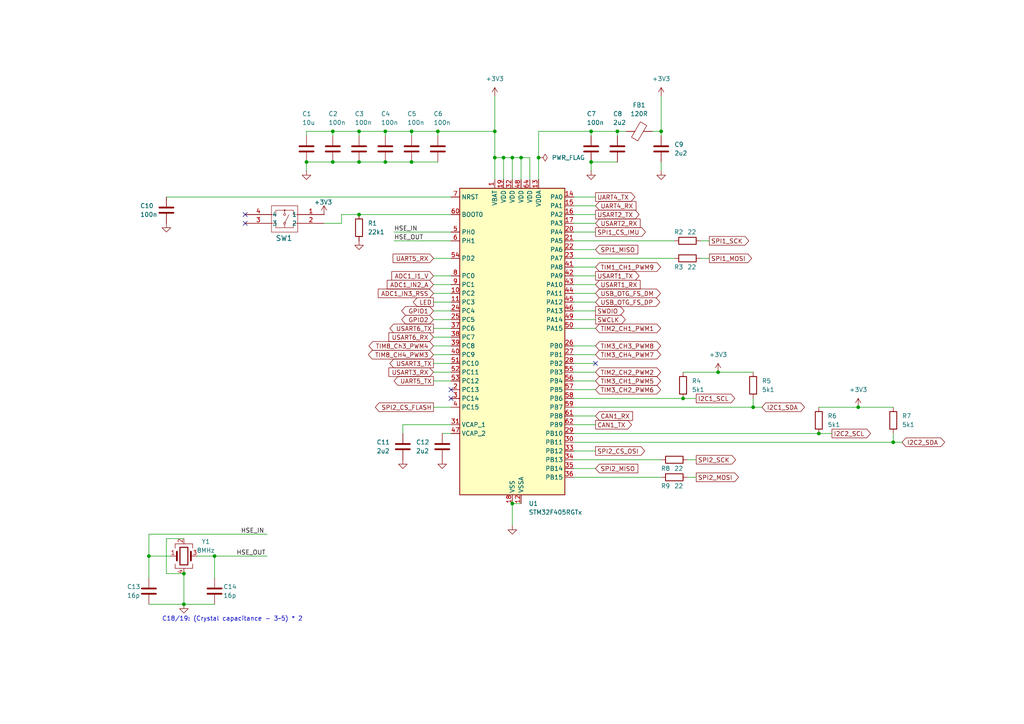
<source format=kicad_sch>
(kicad_sch (version 20231120) (generator "eeschema") (generator_version "8.0")
  (paper "A4")
  (lib_symbols
    (symbol "+3V3_1" (power) (pin_numbers hide) (pin_names (offset 0) hide)
      (property "Value" "+3V3" (at 0 3.556 0))
      (symbol "+3V3_1_0_1"
        (polyline (pts (xy -0.762 1.27) (xy 0 2.54)))
        (polyline (pts (xy 0 0) (xy 0 2.54)))
        (polyline (pts (xy 0 2.54) (xy 0.762 1.27)))
      )
      (symbol "+3V3_1_1_1"
        (pin power_in line (at 0 0 90) (length 0) (name "~") (number "1"))
      )
    )
    (symbol "+3V3_2" (power) (pin_numbers hide) (pin_names (offset 0) hide)
      (property "Value" "+3V3" (at 0 3.556 0))
      (symbol "+3V3_2_0_1"
        (polyline (pts (xy -0.762 1.27) (xy 0 2.54)))
        (polyline (pts (xy 0 0) (xy 0 2.54)))
        (polyline (pts (xy 0 2.54) (xy 0.762 1.27)))
      )
      (symbol "+3V3_2_1_1"
        (pin power_in line (at 0 0 90) (length 0) (name "~") (number "1"))
      )
    )
    (symbol "Device:C" (pin_numbers hide) (pin_names (offset 0.254))
      (property "Reference" "C" (at 0.635 2.54 0))
      (property "Value" "C" (at 0.635 -2.54 0))
      (symbol "C_0_1"
        (polyline (pts (xy -2.032 -0.762) (xy 2.032 -0.762)) (stroke (width 0.508)))
        (polyline (pts (xy -2.032 0.762) (xy 2.032 0.762)) (stroke (width 0.508)))
      )
      (symbol "C_1_1"
        (pin passive line (at 0 3.81 270) (length 2.794) (name "~") (number "1"))
        (pin passive line (at 0 -3.81 90) (length 2.794) (name "~") (number "2"))
      )
    )
    (symbol "Device:Crystal_GND24" (pin_names (offset 1.016) hide)
      (property "Reference" "Y" (at 3.175 5.08 0))
      (property "Value" "Crystal_GND24" (at 3.175 3.175 0))
      (symbol "Crystal_GND24_0_1"
        (rectangle (start -1.143 2.54) (end 1.143 -2.54) (stroke (width 0.3048)))
        (polyline (pts (xy -2.54 0) (xy -2.032 0)))
        (polyline (pts (xy -2.032 -1.27) (xy -2.032 1.27)) (stroke (width 0.508)))
        (polyline (pts (xy 0 -3.81) (xy 0 -3.556)))
        (polyline (pts (xy 0 3.556) (xy 0 3.81)))
        (polyline (pts (xy 2.032 -1.27) (xy 2.032 1.27)) (stroke (width 0.508)))
        (polyline (pts (xy 2.032 0) (xy 2.54 0)))
        (polyline (pts (xy -2.54 -2.286) (xy -2.54 -3.556) (xy 2.54 -3.556) (xy 2.54 -2.286)))
        (polyline (pts (xy -2.54 2.286) (xy -2.54 3.556) (xy 2.54 3.556) (xy 2.54 2.286)))
      )
      (symbol "Crystal_GND24_1_1"
        (pin passive line (at -3.81 0 0) (length 1.27) (name "1") (number "1"))
        (pin passive line (at 0 5.08 270) (length 1.27) (name "2") (number "2"))
        (pin passive line (at 3.81 0 180) (length 1.27) (name "3") (number "3"))
        (pin passive line (at 0 -5.08 90) (length 1.27) (name "4") (number "4"))
      )
    )
    (symbol "Device:FerriteBead" (pin_numbers hide) (pin_names (offset 0))
      (property "Reference" "FB" (at -3.81 0.635 90))
      (property "Value" "FerriteBead" (at 3.81 0 90))
      (symbol "FerriteBead_0_1"
        (polyline (pts (xy 0 -1.27) (xy 0 -1.2192)))
        (polyline (pts (xy 0 1.27) (xy 0 1.2954)))
        (polyline (pts (xy -2.7686 0.4064) (xy -1.7018 2.2606) (xy 2.7686 -0.3048) (xy 1.6764 -2.159) (xy -2.7686 0.4064)))
      )
      (symbol "FerriteBead_1_1"
        (pin passive line (at 0 3.81 270) (length 2.54) (name "~") (number "1"))
        (pin passive line (at 0 -3.81 90) (length 2.54) (name "~") (number "2"))
      )
    )
    (symbol "Device:R" (pin_numbers hide) (pin_names (offset 0))
      (property "Reference" "R" (at 2.032 0 90))
      (property "Value" "R" (at 0 0 90))
      (symbol "R_0_1"
        (rectangle (start -1.016 -2.54) (end 1.016 2.54) (stroke (width 0.254)))
      )
      (symbol "R_1_1"
        (pin passive line (at 0 3.81 270) (length 1.27) (name "~") (number "1"))
        (pin passive line (at 0 -3.81 90) (length 1.27) (name "~") (number "2"))
      )
    )
    (symbol "GND_1" (power) (pin_numbers hide) (pin_names (offset 0) hide)
      (property "Value" "GND" (at 0 -3.81 0))
      (symbol "GND_1_0_1"
        (polyline (pts (xy 0 0) (xy 0 -1.27) (xy 1.27 -1.27) (xy 0 -2.54) (xy -1.27 -1.27) (xy 0 -1.27)))
      )
      (symbol "GND_1_1_1"
        (pin power_in line (at 0 0 270) (length 0) (name "~") (number "1"))
      )
    )
    (symbol "GND_2" (power) (pin_numbers hide) (pin_names (offset 0) hide)
      (property "Value" "GND" (at 0 -3.81 0))
      (symbol "GND_2_0_1"
        (polyline (pts (xy 0 0) (xy 0 -1.27) (xy 1.27 -1.27) (xy 0 -2.54) (xy -1.27 -1.27) (xy 0 -1.27)))
      )
      (symbol "GND_2_1_1"
        (pin power_in line (at 0 0 270) (length 0) (name "~") (number "1"))
      )
    )
    (symbol "MCU_ST_STM32F4:STM32F405RGTx"
      (property "Reference" "U" (at -15.24 46.99 0))
      (property "Value" "STM32F405RGTx" (at 10.16 46.99 0))
      (symbol "STM32F405RGTx_0_1"
        (rectangle (start -15.24 -43.18) (end 15.24 45.72) (stroke (width 0.254)) (fill (type background)))
      )
      (symbol "STM32F405RGTx_1_1"
        (pin power_in line (at -5.08 48.26 270) (length 2.54) (name "VBAT") (number "1"))
        (pin bidirectional line (at -17.78 15.24 0) (length 2.54) (name "PC2") (number "10"))
        (pin bidirectional line (at -17.78 12.7 0) (length 2.54) (name "PC3") (number "11"))
        (pin power_in line (at 2.54 -45.72 90) (length 2.54) (name "VSSA") (number "12"))
        (pin power_in line (at 7.62 48.26 270) (length 2.54) (name "VDDA") (number "13"))
        (pin bidirectional line (at 17.78 43.18 180) (length 2.54) (name "PA0") (number "14"))
        (pin bidirectional line (at 17.78 40.64 180) (length 2.54) (name "PA1") (number "15"))
        (pin bidirectional line (at 17.78 38.1 180) (length 2.54) (name "PA2") (number "16"))
        (pin bidirectional line (at 17.78 35.56 180) (length 2.54) (name "PA3") (number "17"))
        (pin power_in line (at 0 -45.72 90) (length 2.54) (name "VSS") (number "18"))
        (pin power_in line (at -2.54 48.26 270) (length 2.54) (name "VDD") (number "19"))
        (pin bidirectional line (at -17.78 -12.7 0) (length 2.54) (name "PC13") (number "2"))
        (pin bidirectional line (at 17.78 33.02 180) (length 2.54) (name "PA4") (number "20"))
        (pin bidirectional line (at 17.78 30.48 180) (length 2.54) (name "PA5") (number "21"))
        (pin bidirectional line (at 17.78 27.94 180) (length 2.54) (name "PA6") (number "22"))
        (pin bidirectional line (at 17.78 25.4 180) (length 2.54) (name "PA7") (number "23"))
        (pin bidirectional line (at -17.78 10.16 0) (length 2.54) (name "PC4") (number "24"))
        (pin bidirectional line (at -17.78 7.62 0) (length 2.54) (name "PC5") (number "25"))
        (pin bidirectional line (at 17.78 0 180) (length 2.54) (name "PB0") (number "26"))
        (pin bidirectional line (at 17.78 -2.54 180) (length 2.54) (name "PB1") (number "27"))
        (pin bidirectional line (at 17.78 -5.08 180) (length 2.54) (name "PB2") (number "28"))
        (pin bidirectional line (at 17.78 -25.4 180) (length 2.54) (name "PB10") (number "29"))
        (pin bidirectional line (at -17.78 -15.24 0) (length 2.54) (name "PC14") (number "3"))
        (pin bidirectional line (at 17.78 -27.94 180) (length 2.54) (name "PB11") (number "30"))
        (pin power_out line (at -17.78 -22.86 0) (length 2.54) (name "VCAP_1") (number "31"))
        (pin power_in line (at 0 48.26 270) (length 2.54) (name "VDD") (number "32"))
        (pin bidirectional line (at 17.78 -30.48 180) (length 2.54) (name "PB12") (number "33"))
        (pin bidirectional line (at 17.78 -33.02 180) (length 2.54) (name "PB13") (number "34"))
        (pin bidirectional line (at 17.78 -35.56 180) (length 2.54) (name "PB14") (number "35"))
        (pin bidirectional line (at 17.78 -38.1 180) (length 2.54) (name "PB15") (number "36"))
        (pin bidirectional line (at -17.78 5.08 0) (length 2.54) (name "PC6") (number "37"))
        (pin bidirectional line (at -17.78 2.54 0) (length 2.54) (name "PC7") (number "38"))
        (pin bidirectional line (at -17.78 0 0) (length 2.54) (name "PC8") (number "39"))
        (pin bidirectional line (at -17.78 -17.78 0) (length 2.54) (name "PC15") (number "4"))
        (pin bidirectional line (at -17.78 -2.54 0) (length 2.54) (name "PC9") (number "40"))
        (pin bidirectional line (at 17.78 22.86 180) (length 2.54) (name "PA8") (number "41"))
        (pin bidirectional line (at 17.78 20.32 180) (length 2.54) (name "PA9") (number "42"))
        (pin bidirectional line (at 17.78 17.78 180) (length 2.54) (name "PA10") (number "43"))
        (pin bidirectional line (at 17.78 15.24 180) (length 2.54) (name "PA11") (number "44"))
        (pin bidirectional line (at 17.78 12.7 180) (length 2.54) (name "PA12") (number "45"))
        (pin bidirectional line (at 17.78 10.16 180) (length 2.54) (name "PA13") (number "46"))
        (pin power_out line (at -17.78 -25.4 0) (length 2.54) (name "VCAP_2") (number "47"))
        (pin power_in line (at 2.54 48.26 270) (length 2.54) (name "VDD") (number "48"))
        (pin bidirectional line (at 17.78 7.62 180) (length 2.54) (name "PA14") (number "49"))
        (pin bidirectional line (at -17.78 33.02 0) (length 2.54) (name "PH0") (number "5"))
        (pin bidirectional line (at 17.78 5.08 180) (length 2.54) (name "PA15") (number "50"))
        (pin bidirectional line (at -17.78 -5.08 0) (length 2.54) (name "PC10") (number "51"))
        (pin bidirectional line (at -17.78 -7.62 0) (length 2.54) (name "PC11") (number "52"))
        (pin bidirectional line (at -17.78 -10.16 0) (length 2.54) (name "PC12") (number "53"))
        (pin bidirectional line (at -17.78 25.4 0) (length 2.54) (name "PD2") (number "54"))
        (pin bidirectional line (at 17.78 -7.62 180) (length 2.54) (name "PB3") (number "55"))
        (pin bidirectional line (at 17.78 -10.16 180) (length 2.54) (name "PB4") (number "56"))
        (pin bidirectional line (at 17.78 -12.7 180) (length 2.54) (name "PB5") (number "57"))
        (pin bidirectional line (at 17.78 -15.24 180) (length 2.54) (name "PB6") (number "58"))
        (pin bidirectional line (at 17.78 -17.78 180) (length 2.54) (name "PB7") (number "59"))
        (pin bidirectional line (at -17.78 30.48 0) (length 2.54) (name "PH1") (number "6"))
        (pin input line (at -17.78 38.1 0) (length 2.54) (name "BOOT0") (number "60"))
        (pin bidirectional line (at 17.78 -20.32 180) (length 2.54) (name "PB8") (number "61"))
        (pin bidirectional line (at 17.78 -22.86 180) (length 2.54) (name "PB9") (number "62"))
        (pin passive line (at 0 -45.72 90) (length 2.54) hide (name "VSS") (number "63"))
        (pin power_in line (at 5.08 48.26 270) (length 2.54) (name "VDD") (number "64"))
        (pin input line (at -17.78 43.18 0) (length 2.54) (name "NRST") (number "7"))
        (pin bidirectional line (at -17.78 20.32 0) (length 2.54) (name "PC0") (number "8"))
        (pin bidirectional line (at -17.78 17.78 0) (length 2.54) (name "PC1") (number "9"))
      )
    )
    (symbol "Project_Library:EVP-AA602W" (pin_names (offset 0.254))
      (property "Reference" "SW" (at 11.43 7.62 0))
      (property "Value" "EVP-AA602W" (at 10.16 5.08 0))
      (symbol "EVP-AA602W_0_1"
        (polyline (pts (xy 7.62 -5.08) (xy 15.24 -5.08)) (stroke (width 0.127)))
        (polyline (pts (xy 7.62 -2.54) (xy 8.89 -2.54)) (stroke (width 0.127)))
        (polyline (pts (xy 7.62 0) (xy 8.89 0)) (stroke (width 0.127)))
        (polyline (pts (xy 7.62 2.54) (xy 7.62 -5.08)) (stroke (width 0.127)))
        (polyline (pts (xy 8.89 -3.81) (xy 13.97 -3.81)) (stroke (width 0.127)))
        (polyline (pts (xy 8.89 -2.54) (xy 8.89 -3.81)) (stroke (width 0.127)))
        (polyline (pts (xy 8.89 1.27) (xy 8.89 0)) (stroke (width 0.127)))
        (polyline (pts (xy 11.43 -3.81) (xy 11.43 -2.8575)) (stroke (width 0.127)))
        (polyline (pts (xy 11.43 -2.54) (xy 10.16 0)) (stroke (width 0.127)))
        (polyline (pts (xy 11.43 0.3175) (xy 11.43 1.27)) (stroke (width 0.127)))
        (polyline (pts (xy 13.97 -3.81) (xy 13.97 -2.54)) (stroke (width 0.127)))
        (polyline (pts (xy 13.97 -2.54) (xy 15.24 -2.54)) (stroke (width 0.127)))
        (polyline (pts (xy 13.97 0) (xy 13.97 1.27)) (stroke (width 0.127)))
        (polyline (pts (xy 13.97 0) (xy 15.24 0)) (stroke (width 0.127)))
        (polyline (pts (xy 13.97 1.27) (xy 8.89 1.27)) (stroke (width 0.127)))
        (polyline (pts (xy 15.24 -5.08) (xy 15.24 2.54)) (stroke (width 0.127)))
        (polyline (pts (xy 15.24 2.54) (xy 7.62 2.54)) (stroke (width 0.127)))
        (circle (center 11.43 -2.54) (radius 0.3048) (stroke (width 0.127)))
        (circle (center 11.43 0) (radius 0.3048) (stroke (width 0.127)))
        (circle (center 11.43 1.27) (radius 0.127) (stroke (width 0.2032)))
        (pin unspecified line (at 0 0 0) (length 7.62) (name "1") (number "1"))
        (pin unspecified line (at 0 -2.54 0) (length 7.62) (name "2") (number "2"))
        (pin unspecified line (at 22.86 -2.54 180) (length 7.62) (name "3") (number "3"))
        (pin unspecified line (at 22.86 0 180) (length 7.62) (name "4") (number "4"))
      )
    )
    (symbol "power:PWR_FLAG" (power) (pin_numbers hide) (pin_names (offset 0) hide)
      (property "Value" "PWR_FLAG" (at 0 3.81 0))
      (symbol "PWR_FLAG_0_0"
        (pin power_out line (at 0 0 90) (length 0) (name "~") (number "1"))
      )
      (symbol "PWR_FLAG_0_1"
        (polyline (pts (xy 0 0) (xy 0 1.27) (xy -1.016 1.905) (xy 0 2.54) (xy 1.016 1.905) (xy 0 1.27)))
      )
    )
  )
  (junction (at 43.18 161.29))
  (junction (at 119.38 38.1))
  (junction (at 146.05 45.72))
  (junction (at 62.23 161.29))
  (junction (at 237.49 125.73))
  (junction (at 88.9 46.99))
  (junction (at 119.38 46.99))
  (junction (at 53.34 175.26))
  (junction (at 111.76 38.1))
  (junction (at 104.14 38.1))
  (junction (at 148.59 45.72))
  (junction (at 179.07 38.1))
  (junction (at 191.77 38.1))
  (junction (at 171.45 46.99))
  (junction (at 198.12 115.57))
  (junction (at 104.14 62.23))
  (junction (at 151.13 45.72))
  (junction (at 148.59 146.05))
  (junction (at 143.51 38.1))
  (junction (at 111.76 46.99))
  (junction (at 248.92 118.11))
  (junction (at 96.52 38.1))
  (junction (at 171.45 38.1))
  (junction (at 156.21 45.72))
  (junction (at 259.08 128.27))
  (junction (at 127 38.1))
  (junction (at 218.44 118.11))
  (junction (at 53.34 166.37))
  (junction (at 208.28 107.95))
  (junction (at 96.52 46.99))
  (junction (at 143.51 45.72))
  (junction (at 104.14 46.99))
  (no_connect (at 71.12 62.23))
  (no_connect (at 130.81 115.57))
  (no_connect (at 71.12 64.77))
  (no_connect (at 130.81 113.03))
  (no_connect (at 172.72 105.41))
  (wire (pts (xy 146.05 45.72) (xy 148.59 45.72)))
  (wire (pts (xy 148.59 146.05) (xy 148.59 152.4)))
  (wire (pts (xy 151.13 45.72) (xy 151.13 52.07)))
  (wire (pts (xy 166.37 105.41) (xy 172.72 105.41)))
  (wire (pts (xy 203.2 74.93) (xy 205.74 74.93)))
  (wire (pts (xy 171.45 38.1) (xy 179.07 38.1)))
  (wire (pts (xy 199.39 133.35) (xy 201.93 133.35)))
  (wire (pts (xy 171.45 39.37) (xy 171.45 38.1)))
  (wire (pts (xy 53.34 156.21) (xy 48.26 156.21)))
  (wire (pts (xy 53.34 166.37) (xy 53.34 175.26)))
  (wire (pts (xy 156.21 45.72) (xy 156.21 52.07)))
  (wire (pts (xy 62.23 161.29) (xy 57.15 161.29)))
  (wire (pts (xy 166.37 87.63) (xy 172.72 87.63)))
  (wire (pts (xy 125.73 118.11) (xy 130.81 118.11)))
  (wire (pts (xy 125.73 95.25) (xy 130.81 95.25)))
  (wire (pts (xy 119.38 38.1) (xy 127 38.1)))
  (wire (pts (xy 241.3 125.73) (xy 237.49 125.73)))
  (wire (pts (xy 104.14 38.1) (xy 111.76 38.1)))
  (wire (pts (xy 166.37 67.31) (xy 172.72 67.31)))
  (wire (pts (xy 43.18 175.26) (xy 53.34 175.26)))
  (wire (pts (xy 166.37 72.39) (xy 172.72 72.39)))
  (wire (pts (xy 198.12 107.95) (xy 208.28 107.95)))
  (wire (pts (xy 116.84 125.73) (xy 116.84 123.19)))
  (wire (pts (xy 166.37 74.93) (xy 195.58 74.93)))
  (wire (pts (xy 179.07 39.37) (xy 179.07 38.1)))
  (wire (pts (xy 53.34 166.37) (xy 48.26 166.37)))
  (wire (pts (xy 166.37 59.69) (xy 172.72 59.69)))
  (wire (pts (xy 171.45 46.99) (xy 179.07 46.99)))
  (wire (pts (xy 88.9 46.99) (xy 96.52 46.99)))
  (wire (pts (xy 166.37 135.89) (xy 172.72 135.89)))
  (wire (pts (xy 199.39 138.43) (xy 201.93 138.43)))
  (wire (pts (xy 166.37 90.17) (xy 172.72 90.17)))
  (wire (pts (xy 99.06 62.23) (xy 104.14 62.23)))
  (wire (pts (xy 201.93 115.57) (xy 198.12 115.57)))
  (wire (pts (xy 43.18 161.29) (xy 43.18 167.64)))
  (wire (pts (xy 203.2 69.85) (xy 205.74 69.85)))
  (wire (pts (xy 125.73 87.63) (xy 130.81 87.63)))
  (wire (pts (xy 166.37 82.55) (xy 172.72 82.55)))
  (wire (pts (xy 166.37 120.65) (xy 172.72 120.65)))
  (wire (pts (xy 166.37 123.19) (xy 172.72 123.19)))
  (wire (pts (xy 166.37 62.23) (xy 172.72 62.23)))
  (wire (pts (xy 88.9 49.53) (xy 88.9 46.99)))
  (wire (pts (xy 114.3 67.31) (xy 130.81 67.31)))
  (wire (pts (xy 166.37 107.95) (xy 172.72 107.95)))
  (wire (pts (xy 125.73 105.41) (xy 130.81 105.41)))
  (wire (pts (xy 125.73 102.87) (xy 130.81 102.87)))
  (wire (pts (xy 125.73 107.95) (xy 130.81 107.95)))
  (wire (pts (xy 261.62 128.27) (xy 259.08 128.27)))
  (wire (pts (xy 93.98 64.77) (xy 99.06 64.77)))
  (wire (pts (xy 111.76 38.1) (xy 111.76 39.37)))
  (wire (pts (xy 88.9 38.1) (xy 96.52 38.1)))
  (wire (pts (xy 104.14 46.99) (xy 111.76 46.99)))
  (wire (pts (xy 43.18 154.94) (xy 77.47 154.94)))
  (wire (pts (xy 151.13 45.72) (xy 153.67 45.72)))
  (wire (pts (xy 259.08 128.27) (xy 259.08 125.73)))
  (wire (pts (xy 99.06 64.77) (xy 99.06 62.23)))
  (wire (pts (xy 156.21 38.1) (xy 171.45 38.1)))
  (wire (pts (xy 146.05 45.72) (xy 146.05 52.07)))
  (wire (pts (xy 62.23 161.29) (xy 62.23 167.64)))
  (wire (pts (xy 125.73 92.71) (xy 130.81 92.71)))
  (wire (pts (xy 237.49 118.11) (xy 248.92 118.11)))
  (wire (pts (xy 104.14 62.23) (xy 130.81 62.23)))
  (wire (pts (xy 171.45 49.53) (xy 171.45 46.99)))
  (wire (pts (xy 166.37 113.03) (xy 172.72 113.03)))
  (wire (pts (xy 166.37 102.87) (xy 172.72 102.87)))
  (wire (pts (xy 48.26 156.21) (xy 48.26 166.37)))
  (wire (pts (xy 143.51 27.94) (xy 143.51 38.1)))
  (wire (pts (xy 143.51 45.72) (xy 143.51 52.07)))
  (wire (pts (xy 166.37 118.11) (xy 218.44 118.11)))
  (wire (pts (xy 127 38.1) (xy 143.51 38.1)))
  (wire (pts (xy 166.37 57.15) (xy 172.72 57.15)))
  (wire (pts (xy 143.51 45.72) (xy 146.05 45.72)))
  (wire (pts (xy 166.37 125.73) (xy 237.49 125.73)))
  (wire (pts (xy 179.07 38.1) (xy 181.61 38.1)))
  (wire (pts (xy 96.52 38.1) (xy 96.52 39.37)))
  (wire (pts (xy 166.37 69.85) (xy 195.58 69.85)))
  (wire (pts (xy 208.28 107.95) (xy 218.44 107.95)))
  (wire (pts (xy 248.92 118.11) (xy 259.08 118.11)))
  (wire (pts (xy 125.73 90.17) (xy 130.81 90.17)))
  (wire (pts (xy 53.34 175.26) (xy 62.23 175.26)))
  (wire (pts (xy 191.77 46.99) (xy 191.77 49.53)))
  (wire (pts (xy 166.37 138.43) (xy 191.77 138.43)))
  (wire (pts (xy 166.37 85.09) (xy 172.72 85.09)))
  (wire (pts (xy 153.67 45.72) (xy 153.67 52.07)))
  (wire (pts (xy 166.37 110.49) (xy 172.72 110.49)))
  (wire (pts (xy 191.77 39.37) (xy 191.77 38.1)))
  (wire (pts (xy 125.73 97.79) (xy 130.81 97.79)))
  (wire (pts (xy 166.37 95.25) (xy 172.72 95.25)))
  (wire (pts (xy 148.59 45.72) (xy 151.13 45.72)))
  (wire (pts (xy 148.59 45.72) (xy 148.59 52.07)))
  (wire (pts (xy 166.37 77.47) (xy 172.72 77.47)))
  (wire (pts (xy 125.73 82.55) (xy 130.81 82.55)))
  (wire (pts (xy 189.23 38.1) (xy 191.77 38.1)))
  (wire (pts (xy 191.77 27.94) (xy 191.77 38.1)))
  (wire (pts (xy 116.84 123.19) (xy 130.81 123.19)))
  (wire (pts (xy 62.23 161.29) (xy 77.47 161.29)))
  (wire (pts (xy 220.98 118.11) (xy 218.44 118.11)))
  (wire (pts (xy 166.37 128.27) (xy 259.08 128.27)))
  (wire (pts (xy 128.27 125.73) (xy 130.81 125.73)))
  (wire (pts (xy 111.76 46.99) (xy 119.38 46.99)))
  (wire (pts (xy 125.73 80.01) (xy 130.81 80.01)))
  (wire (pts (xy 166.37 115.57) (xy 198.12 115.57)))
  (wire (pts (xy 156.21 38.1) (xy 156.21 45.72)))
  (wire (pts (xy 125.73 110.49) (xy 130.81 110.49)))
  (wire (pts (xy 166.37 92.71) (xy 172.72 92.71)))
  (wire (pts (xy 111.76 38.1) (xy 119.38 38.1)))
  (wire (pts (xy 43.18 161.29) (xy 49.53 161.29)))
  (wire (pts (xy 96.52 46.99) (xy 104.14 46.99)))
  (wire (pts (xy 166.37 100.33) (xy 172.72 100.33)))
  (wire (pts (xy 166.37 80.01) (xy 172.72 80.01)))
  (wire (pts (xy 125.73 85.09) (xy 130.81 85.09)))
  (wire (pts (xy 148.59 146.05) (xy 151.13 146.05)))
  (wire (pts (xy 114.3 69.85) (xy 130.81 69.85)))
  (wire (pts (xy 143.51 38.1) (xy 143.51 45.72)))
  (wire (pts (xy 48.26 57.15) (xy 130.81 57.15)))
  (wire (pts (xy 166.37 133.35) (xy 191.77 133.35)))
  (wire (pts (xy 119.38 46.99) (xy 127 46.99)))
  (wire (pts (xy 166.37 130.81) (xy 172.72 130.81)))
  (wire (pts (xy 119.38 38.1) (xy 119.38 39.37)))
  (wire (pts (xy 96.52 38.1) (xy 104.14 38.1)))
  (wire (pts (xy 125.73 100.33) (xy 130.81 100.33)))
  (wire (pts (xy 127 38.1) (xy 127 39.37)))
  (wire (pts (xy 166.37 64.77) (xy 172.72 64.77)))
  (wire (pts (xy 218.44 118.11) (xy 218.44 115.57)))
  (wire (pts (xy 88.9 39.37) (xy 88.9 38.1)))
  (wire (pts (xy 43.18 154.94) (xy 43.18 161.29)))
  (wire (pts (xy 125.73 74.93) (xy 130.81 74.93)))
  (wire (pts (xy 104.14 38.1) (xy 104.14 39.37)))
  (text "C18/19: (Crystal capacitance - 3~5) * 2" (at 46.99 180.34 0) (effects (font (size 1.27 1.27)) (justify left bottom)))
  (label "HSE_IN" (at 69.85 154.94 0))
  (label "HSE_IN" (at 114.3 67.31 0))
  (label "HSE_OUT" (at 114.3 69.85 0))
  (label "HSE_OUT" (at 68.58 161.29 0))
  (global_label "USB_OTG_FS_DM" (shape bidirectional) (at 172.72 85.09 0) (property "Intersheetrefs" "${INTERSHEET_REFS}" (effects (hide yes))))
  (global_label "SPI1_SCK" (shape output) (at 205.74 69.85 0) (property "Intersheetrefs" "${INTERSHEET_REFS}" (effects (hide yes))))
  (global_label "SWDIO" (shape output) (at 172.72 90.17 0) (property "Intersheetrefs" "${INTERSHEET_REFS}" (effects (hide yes))))
  (global_label "USART1_RX" (shape input) (at 172.72 82.55 0) (property "Intersheetrefs" "${INTERSHEET_REFS}" (effects (hide yes))))
  (global_label "SPI2_MISO" (shape input) (at 172.72 135.89 0) (property "Intersheetrefs" "${INTERSHEET_REFS}" (effects (hide yes))))
  (global_label "TIM3_CH3_PWM8" (shape bidirectional) (at 172.72 100.33 0) (property "Intersheetrefs" "${INTERSHEET_REFS}" (effects (hide yes))))
  (global_label "CAN1_RX" (shape input) (at 172.72 120.65 0) (property "Intersheetrefs" "${INTERSHEET_REFS}" (effects (hide yes))))
  (global_label "USART2_RX" (shape input) (at 172.72 64.77 0) (property "Intersheetrefs" "${INTERSHEET_REFS}" (effects (hide yes))))
  (global_label "I2C1_SCL" (shape output) (at 201.93 115.57 0) (property "Intersheetrefs" "${INTERSHEET_REFS}" (effects (hide yes))))
  (global_label "I2C2_SDA" (shape bidirectional) (at 261.62 128.27 0) (property "Intersheetrefs" "${INTERSHEET_REFS}" (effects (hide yes))))
  (global_label "SPI1_MOSI" (shape output) (at 205.74 74.93 0) (property "Intersheetrefs" "${INTERSHEET_REFS}" (effects (hide yes))))
  (global_label "ADC1_IN3_RSS" (shape input) (at 125.73 85.09 180) (property "Intersheetrefs" "${INTERSHEET_REFS}" (effects (hide yes))))
  (global_label "USART3_TX" (shape output) (at 125.73 105.41 180) (property "Intersheetrefs" "${INTERSHEET_REFS}" (effects (hide yes))))
  (global_label "I2C1_SDA" (shape bidirectional) (at 220.98 118.11 0) (property "Intersheetrefs" "${INTERSHEET_REFS}" (effects (hide yes))))
  (global_label "TIM1_CH1_PWM9" (shape bidirectional) (at 172.72 77.47 0) (property "Intersheetrefs" "${INTERSHEET_REFS}" (effects (hide yes))))
  (global_label "SWCLK" (shape output) (at 172.72 92.71 0) (property "Intersheetrefs" "${INTERSHEET_REFS}" (effects (hide yes))))
  (global_label "LED" (shape output) (at 125.73 87.63 180) (property "Intersheetrefs" "${INTERSHEET_REFS}" (effects (hide yes))))
  (global_label "GPIO1" (shape bidirectional) (at 125.73 90.17 180) (property "Intersheetrefs" "${INTERSHEET_REFS}" (effects (hide yes))))
  (global_label "USART6_TX" (shape output) (at 125.73 95.25 180) (property "Intersheetrefs" "${INTERSHEET_REFS}" (effects (hide yes))))
  (global_label "USART1_TX" (shape output) (at 172.72 80.01 0) (property "Intersheetrefs" "${INTERSHEET_REFS}" (effects (hide yes))))
  (global_label "UART5_RX" (shape input) (at 125.73 74.93 180) (property "Intersheetrefs" "${INTERSHEET_REFS}" (effects (hide yes))))
  (global_label "GPIO2" (shape bidirectional) (at 125.73 92.71 180) (property "Intersheetrefs" "${INTERSHEET_REFS}" (effects (hide yes))))
  (global_label "USART2_TX" (shape output) (at 172.72 62.23 0) (property "Intersheetrefs" "${INTERSHEET_REFS}" (effects (hide yes))))
  (global_label "SPI1_CS_IMU" (shape output) (at 172.72 67.31 0) (property "Intersheetrefs" "${INTERSHEET_REFS}" (effects (hide yes))))
  (global_label "UART4_TX" (shape output) (at 172.72 57.15 0) (property "Intersheetrefs" "${INTERSHEET_REFS}" (effects (hide yes))))
  (global_label "ADC1_IN2_A" (shape input) (at 125.73 82.55 180) (property "Intersheetrefs" "${INTERSHEET_REFS}" (effects (hide yes))))
  (global_label "TIM8_CH4_PWM3" (shape bidirectional) (at 125.73 102.87 180) (property "Intersheetrefs" "${INTERSHEET_REFS}" (effects (hide yes))))
  (global_label "I2C2_SCL" (shape output) (at 241.3 125.73 0) (property "Intersheetrefs" "${INTERSHEET_REFS}" (effects (hide yes))))
  (global_label "SPI2_SCK" (shape output) (at 201.93 133.35 0) (property "Intersheetrefs" "${INTERSHEET_REFS}" (effects (hide yes))))
  (global_label "CAN1_TX" (shape output) (at 172.72 123.19 0) (property "Intersheetrefs" "${INTERSHEET_REFS}" (effects (hide yes))))
  (global_label "TIM3_CH4_PWM7" (shape bidirectional) (at 172.72 102.87 0) (property "Intersheetrefs" "${INTERSHEET_REFS}" (effects (hide yes))))
  (global_label "TIM8_Ch3_PWM4" (shape bidirectional) (at 125.73 100.33 180) (property "Intersheetrefs" "${INTERSHEET_REFS}" (effects (hide yes))))
  (global_label "SPI1_MISO" (shape input) (at 172.72 72.39 0) (property "Intersheetrefs" "${INTERSHEET_REFS}" (effects (hide yes))))
  (global_label "SPI2_CS_OSI" (shape output) (at 172.72 130.81 0) (property "Intersheetrefs" "${INTERSHEET_REFS}" (effects (hide yes))))
  (global_label "UART4_RX" (shape input) (at 172.72 59.69 0) (property "Intersheetrefs" "${INTERSHEET_REFS}" (effects (hide yes))))
  (global_label "TIM3_CH1_PWM5" (shape bidirectional) (at 172.72 110.49 0) (property "Intersheetrefs" "${INTERSHEET_REFS}" (effects (hide yes))))
  (global_label "SPI2_MOSI" (shape output) (at 201.93 138.43 0) (property "Intersheetrefs" "${INTERSHEET_REFS}" (effects (hide yes))))
  (global_label "USART6_RX" (shape input) (at 125.73 97.79 180) (property "Intersheetrefs" "${INTERSHEET_REFS}" (effects (hide yes))))
  (global_label "TIM2_CH1_PWM1" (shape bidirectional) (at 172.72 95.25 0) (property "Intersheetrefs" "${INTERSHEET_REFS}" (effects (hide yes))))
  (global_label "SPI2_CS_FLASH" (shape output) (at 125.73 118.11 180) (property "Intersheetrefs" "${INTERSHEET_REFS}" (effects (hide yes))))
  (global_label "USB_OTG_FS_DP" (shape bidirectional) (at 172.72 87.63 0) (property "Intersheetrefs" "${INTERSHEET_REFS}" (effects (hide yes))))
  (global_label "ADC1_I1_V" (shape input) (at 125.73 80.01 180) (property "Intersheetrefs" "${INTERSHEET_REFS}" (effects (hide yes))))
  (global_label "USART3_RX" (shape input) (at 125.73 107.95 180) (property "Intersheetrefs" "${INTERSHEET_REFS}" (effects (hide yes))))
  (global_label "TIM2_CH2_PWM2" (shape bidirectional) (at 172.72 107.95 0) (property "Intersheetrefs" "${INTERSHEET_REFS}" (effects (hide yes))))
  (global_label "TIM3_CH2_PWM6" (shape bidirectional) (at 172.72 113.03 0) (property "Intersheetrefs" "${INTERSHEET_REFS}" (effects (hide yes))))
  (global_label "UART5_TX" (shape output) (at 125.73 110.49 180) (property "Intersheetrefs" "${INTERSHEET_REFS}" (effects (hide yes))))
  (symbol (lib_id "Device:C") (at 171.45 43.18 0) (unit 1)
    (property "Reference" "C7" (at 170.18 33.02 0) (effects (justify left)))
    (property "Value" "100n" (at 170.18 35.56 0) (effects (justify left)))
    (property "Footprint" "Project:C_0201_0603Metric" (effects (hide yes)))
    (property "Manufactorer" "Murata" (effects (hide yes)))
    (property "Part Number" "GRM033R61E104KE14J" (effects (hide yes)))
    (property "Voltage" "25" (effects (hide yes)))
    (property "Tolerance" "10%" (effects (hide yes)))
  )
  (symbol (lib_id "Device:C") (at 104.14 43.18 0) (unit 1)
    (property "Reference" "C3" (at 102.87 33.02 0) (effects (justify left)))
    (property "Value" "100n" (at 102.87 35.56 0) (effects (justify left)))
    (property "Footprint" "Project:C_0201_0603Metric" (effects (hide yes)))
    (property "Voltage" "25" (effects (hide yes)))
    (property "Manufactorer" "Murata" (effects (hide yes)))
    (property "Part Number" "GRM033R61E104KE14J" (effects (hide yes)))
    (property "Tolerance" "10%" (effects (hide yes)))
  )
  (symbol (lib_name "+3V3_2") (lib_id "power:+3V3") (at 248.92 118.11 0) (unit 1)
    (property "Reference" "#PWR01014" (effects (hide yes)))
    (property "Value" "+3V3" (at 248.92 113.03 0))
    (property "Description" "Power symbol creates a global label with name \"+3V3\"" (effects (hide yes)))
  )
  (symbol (lib_name "GND_2") (lib_id "power:GND") (at 128.27 133.35 0) (unit 1)
    (property "Reference" "#PWR01007" (effects (hide yes)))
    (property "Value" "GND" (effects (hide yes)))
    (property "Description" "Power symbol creates a global label with name \"GND\" , ground" (effects (hide yes)))
  )
  (symbol (lib_name "+3V3_1") (lib_id "power:+3V3") (at 208.28 107.95 0) (unit 1)
    (property "Reference" "#PWR01013" (effects (hide yes)))
    (property "Value" "+3V3" (at 208.28 102.87 0))
    (property "Description" "Power symbol creates a global label with name \"+3V3\"" (effects (hide yes)))
  )
  (symbol (lib_id "Device:R") (at 195.58 138.43 90) (unit 1)
    (property "Reference" "R9" (at 193.04 140.97 90))
    (property "Value" "22" (at 196.85 140.97 90))
    (property "Footprint" "Project:R_0201_0603Metric" (effects (hide yes)))
    (property "Manufactorer" "YAGEO" (effects (hide yes)))
    (property "Part Number" "RC0201FR-0722RL" (effects (hide yes)))
    (property "Tolerance" "1%" (effects (hide yes)))
  )
  (symbol (lib_id "Device:R") (at 218.44 111.76 0) (unit 1)
    (property "Reference" "R5" (at 220.98 110.49 0) (effects (justify left)))
    (property "Value" "5k1" (at 220.98 113.03 0) (effects (justify left)))
    (property "Footprint" "Project:R_0201_0603Metric" (effects (hide yes)))
    (property "Tolerance" "1%" (effects (hide yes)))
    (property "Manufactorer" "YAGEO" (effects (hide yes)))
    (property "Part Number" "RC0201FR-075K1L" (effects (hide yes)))
  )
  (symbol (lib_id "Device:R") (at 199.39 69.85 90) (unit 1)
    (property "Reference" "R2" (at 196.85 67.31 90))
    (property "Value" "22" (at 200.66 67.31 90))
    (property "Footprint" "Project:R_0201_0603Metric" (effects (hide yes)))
    (property "Manufactorer" "YAGEO" (effects (hide yes)))
    (property "Part Number" "RC0201FR-0722RL" (effects (hide yes)))
    (property "Tolerance" "1%" (effects (hide yes)))
  )
  (symbol (lib_id "Device:R") (at 104.14 66.04 0) (unit 1)
    (property "Reference" "R1" (at 106.68 64.77 0) (effects (justify left)))
    (property "Value" "22k1" (at 106.68 67.31 0) (effects (justify left)))
    (property "Footprint" "Project:R_0201_0603Metric" (effects (hide yes)))
    (property "Manufactorer" "YAGEO" (effects (hide yes)))
    (property "Part Number" "RC0201FR-0722K1L" (effects (hide yes)))
    (property "Tolerance" "1%" (effects (hide yes)))
  )
  (symbol (lib_id "Device:C") (at 119.38 43.18 0) (unit 1)
    (property "Reference" "C5" (at 118.11 33.02 0) (effects (justify left)))
    (property "Value" "100n" (at 118.11 35.56 0) (effects (justify left)))
    (property "Footprint" "Project:C_0201_0603Metric" (effects (hide yes)))
    (property "Voltage" "25" (effects (hide yes)))
    (property "Manufactorer" "Murata" (effects (hide yes)))
    (property "Part Number" "GRM033R61E104KE14J" (effects (hide yes)))
    (property "Tolerance" "10%" (effects (hide yes)))
  )
  (symbol (lib_name "GND_2") (lib_id "power:GND") (at 53.34 175.26 0) (unit 1)
    (property "Reference" "#PWR01002" (effects (hide yes)))
    (property "Value" "GND" (effects (hide yes)))
    (property "Description" "Power symbol creates a global label with name \"GND\" , ground" (effects (hide yes)))
  )
  (symbol (lib_id "Device:R") (at 199.39 74.93 90) (unit 1)
    (property "Reference" "R3" (at 196.85 77.47 90))
    (property "Value" "22" (at 200.66 77.47 90))
    (property "Footprint" "Project:R_0201_0603Metric" (effects (hide yes)))
    (property "Manufactorer" "YAGEO" (effects (hide yes)))
    (property "Part Number" "RC0201FR-0722RL" (effects (hide yes)))
    (property "Tolerance" "1%" (effects (hide yes)))
  )
  (symbol (lib_id "Device:C") (at 191.77 43.18 0) (unit 1)
    (property "Reference" "C9" (at 195.58 41.91 0) (effects (justify left)))
    (property "Value" "2u2" (at 195.58 44.45 0) (effects (justify left)))
    (property "Footprint" "Capacitor_SMD:C_0402_1005Metric" (effects (hide yes)))
    (property "Manufactorer" "Murata" (effects (hide yes)))
    (property "Part Number" "GRT155R61E225KE13D" (effects (hide yes)))
    (property "Voltage" "25" (effects (hide yes)))
    (property "Tolerance" "10%" (effects (hide yes)))
  )
  (symbol (lib_id "Device:C") (at 48.26 60.96 0) (unit 1)
    (property "Reference" "C10" (at 40.64 59.69 0) (effects (justify left)))
    (property "Value" "100n" (at 40.64 62.23 0) (effects (justify left)))
    (property "Footprint" "Project:C_0201_0603Metric" (effects (hide yes)))
    (property "Voltage" "25" (effects (hide yes)))
    (property "Manufactorer" "Murata" (effects (hide yes)))
    (property "Part Number" "GRM033R61E104KE14J" (effects (hide yes)))
    (property "Tolerance" "10%" (effects (hide yes)))
  )
  (symbol (lib_id "Device:C") (at 179.07 43.18 0) (unit 1)
    (property "Reference" "C8" (at 177.8 33.02 0) (effects (justify left)))
    (property "Value" "2u2" (at 177.8 35.56 0) (effects (justify left)))
    (property "Footprint" "Capacitor_SMD:C_0402_1005Metric" (effects (hide yes)))
    (property "Manufactorer" "Murata" (effects (hide yes)))
    (property "Part Number" "GRT155R61E225KE13D" (effects (hide yes)))
    (property "Voltage" "25" (effects (hide yes)))
    (property "Tolerance" "10%" (effects (hide yes)))
  )
  (symbol (lib_id "Device:R") (at 195.58 133.35 90) (unit 1)
    (property "Reference" "R8" (at 193.04 135.89 90))
    (property "Value" "22" (at 196.85 135.89 90))
    (property "Footprint" "Project:R_0201_0603Metric" (effects (hide yes)))
    (property "Manufactorer" "YAGEO" (effects (hide yes)))
    (property "Part Number" "RC0201FR-0722RL" (effects (hide yes)))
    (property "Tolerance" "1%" (effects (hide yes)))
  )
  (symbol (lib_id "Device:C") (at 62.23 171.45 0) (unit 1)
    (property "Reference" "C14" (at 64.77 170.18 0) (effects (justify left)))
    (property "Value" "16p" (at 64.77 172.72 0) (effects (justify left)))
    (property "Footprint" "Capacitor_SMD:C_0402_1005Metric" (effects (hide yes)))
    (property "Voltage" "50" (effects (hide yes)))
    (property "Manufactorer" "Murata" (effects (hide yes)))
    (property "Part Number" "GCM1555C1H160FA16D" (effects (hide yes)))
    (property "Tolerance" "1%" (effects (hide yes)))
  )
  (symbol (lib_id "Device:C") (at 111.76 43.18 0) (unit 1)
    (property "Reference" "C4" (at 110.49 33.02 0) (effects (justify left)))
    (property "Value" "100n" (at 110.49 35.56 0) (effects (justify left)))
    (property "Footprint" "Project:C_0201_0603Metric" (effects (hide yes)))
    (property "Voltage" "25" (effects (hide yes)))
    (property "Manufactorer" "Murata" (effects (hide yes)))
    (property "Part Number" "GRM033R61E104KE14J" (effects (hide yes)))
    (property "Tolerance" "10%" (effects (hide yes)))
  )
  (symbol (lib_name "+3V3_2") (lib_id "power:+3V3") (at 191.77 27.94 0) (unit 1)
    (property "Reference" "#PWR01011" (effects (hide yes)))
    (property "Value" "+3V3" (at 191.77 22.86 0))
    (property "Description" "Power symbol creates a global label with name \"+3V3\"" (effects (hide yes)))
  )
  (symbol (lib_id "Device:C") (at 116.84 129.54 0) (unit 1)
    (property "Reference" "C11" (at 109.22 128.27 0) (effects (justify left)))
    (property "Value" "2u2" (at 109.22 130.81 0) (effects (justify left)))
    (property "Footprint" "Capacitor_SMD:C_0402_1005Metric" (effects (hide yes)))
    (property "Voltage" "25" (effects (hide yes)))
    (property "Manufactorer" "Murata" (effects (hide yes)))
    (property "Part Number" "GRT155R61E225KE13D" (effects (hide yes)))
    (property "Tolerance" "10%" (effects (hide yes)))
  )
  (symbol (lib_id "Device:C") (at 88.9 43.18 0) (unit 1)
    (property "Reference" "C1" (at 87.63 33.02 0) (effects (justify left)))
    (property "Value" "10u" (at 87.63 35.56 0) (effects (justify left)))
    (property "Footprint" "Capacitor_SMD:C_0805_2012Metric" (effects (hide yes)))
    (property "Voltage" "50" (effects (hide yes)))
    (property "Manufactorer" "Murata" (effects (hide yes)))
    (property "Part Number" "GRM21BR61H106KE43K" (effects (hide yes)))
    (property "Tolerance" "10%" (effects (hide yes)))
  )
  (symbol (lib_id "Device:C") (at 128.27 129.54 0) (unit 1)
    (property "Reference" "C12" (at 120.65 128.27 0) (effects (justify left)))
    (property "Value" "2u2" (at 120.65 130.81 0) (effects (justify left)))
    (property "Footprint" "Capacitor_SMD:C_0402_1005Metric" (effects (hide yes)))
    (property "Voltage" "25" (effects (hide yes)))
    (property "Manufactorer" "Murata" (effects (hide yes)))
    (property "Part Number" "GRT155R61E225KE13D" (effects (hide yes)))
    (property "Tolerance" "10%" (effects (hide yes)))
  )
  (symbol (lib_id "Device:R") (at 237.49 121.92 0) (unit 1)
    (property "Reference" "R6" (at 240.03 120.65 0) (effects (justify left)))
    (property "Value" "5k1" (at 240.03 123.19 0) (effects (justify left)))
    (property "Footprint" "Project:R_0201_0603Metric" (effects (hide yes)))
    (property "Tolerance" "1%" (effects (hide yes)))
    (property "Manufactorer" "YAGEO" (effects (hide yes)))
    (property "Part Number" "RC0201FR-075K1L" (effects (hide yes)))
  )
  (symbol (lib_name "GND_2") (lib_id "power:GND") (at 116.84 133.35 0) (unit 1)
    (property "Reference" "#PWR01006" (effects (hide yes)))
    (property "Value" "GND" (effects (hide yes)))
    (property "Description" "Power symbol creates a global label with name \"GND\" , ground" (effects (hide yes)))
  )
  (symbol (lib_name "GND_1") (lib_id "power:GND") (at 48.26 64.77 0) (unit 1)
    (property "Reference" "#PWR01001" (effects (hide yes)))
    (property "Value" "GND" (effects (hide yes)))
    (property "Description" "Power symbol creates a global label with name \"GND\" , ground" (effects (hide yes)))
  )
  (symbol (lib_name "GND_2") (lib_id "power:GND") (at 191.77 49.53 0) (unit 1)
    (property "Reference" "#PWR01012" (effects (hide yes)))
    (property "Value" "GND" (effects (hide yes)))
    (property "Description" "Power symbol creates a global label with name \"GND\" , ground" (effects (hide yes)))
  )
  (symbol (lib_id "Device:C") (at 127 43.18 0) (unit 1)
    (property "Reference" "C6" (at 125.73 33.02 0) (effects (justify left)))
    (property "Value" "100n" (at 125.73 35.56 0) (effects (justify left)))
    (property "Footprint" "Project:C_0201_0603Metric" (effects (hide yes)))
    (property "Voltage" "25" (effects (hide yes)))
    (property "Manufactorer" "Murata" (effects (hide yes)))
    (property "Part Number" "GRM033R61E104KE14J" (effects (hide yes)))
    (property "Tolerance" "10%" (effects (hide yes)))
  )
  (symbol (lib_name "GND_2") (lib_id "power:GND") (at 171.45 49.53 0) (unit 1)
    (property "Reference" "#PWR01010" (effects (hide yes)))
    (property "Value" "GND" (effects (hide yes)))
    (property "Description" "Power symbol creates a global label with name \"GND\" , ground" (effects (hide yes)))
  )
  (symbol (lib_name "+3V3_2") (lib_id "power:+3V3") (at 93.98 62.23 0) (unit 1)
    (property "Reference" "#PWR01004" (effects (hide yes)))
    (property "Value" "+3V3" (at 93.726 58.674 0))
    (property "Description" "Power symbol creates a global label with name \"+3V3\"" (effects (hide yes)))
  )
  (symbol (lib_id "Device:Crystal_GND24") (at 53.34 161.29 0) (unit 1)
    (property "Reference" "Y1" (at 59.69 157.0991 0))
    (property "Value" "8MHz" (at 59.69 159.6391 0))
    (property "Footprint" "Crystal:Crystal_SMD_3225-4Pin_3.2x2.5mm" (effects (hide yes)))
    (property "Datasheet" "https://ecsxtal.com/store/pdf/ecx-32.pdf" (effects (hide yes)))
    (property "Manufactorer" "ECS" (effects (hide yes)))
    (property "Part Number" "ECS-80-12-33-JGN-TR" (effects (hide yes)))
    (property "Load Capacitance" "12p" (effects (hide yes)))
  )
  (symbol (lib_name "GND_2") (lib_id "power:GND") (at 88.9 49.53 0) (unit 1)
    (property "Reference" "#PWR01003" (effects (hide yes)))
    (property "Value" "GND" (effects (hide yes)))
    (property "Description" "Power symbol creates a global label with name \"GND\" , ground" (effects (hide yes)))
  )
  (symbol (lib_id "Device:R") (at 198.12 111.76 0) (unit 1)
    (property "Reference" "R4" (at 200.66 110.49 0) (effects (justify left)))
    (property "Value" "5k1" (at 200.66 113.03 0) (effects (justify left)))
    (property "Footprint" "Project:R_0201_0603Metric" (effects (hide yes)))
    (property "Tolerance" "1%" (effects (hide yes)))
    (property "Manufactorer" "YAGEO" (effects (hide yes)))
    (property "Part Number" "RC0201FR-075K1L" (effects (hide yes)))
  )
  (symbol (lib_id "Project_Library:EVP-AA602W") (at 93.98 62.23 0) (mirror y) (unit 1)
    (property "Reference" "SW1" (at 84.836 69.088 0) (effects (font (size 1.524 1.524)) (justify left)))
    (property "Value" "EVP-AA602W" (effects (hide yes)))
    (property "Footprint" "Project:EVPAA&slash_EVP2A_PAN" (effects (hide yes)))
    (property "Datasheet" "https://www3.panasonic.biz/ac/cdn/e/control/switch/light-touch/catalog/sw_lt_eng_3529s.pdf" (effects (hide yes)))
    (property "Manufactorer" "Panasonic" (effects (hide yes)))
    (property "Part Number" "EVP-AA602W" (effects (hide yes)))
  )
  (symbol (lib_name "GND_2") (lib_id "power:GND") (at 148.59 152.4 0) (unit 1)
    (property "Reference" "#PWR01009" (effects (hide yes)))
    (property "Value" "GND" (effects (hide yes)))
    (property "Description" "Power symbol creates a global label with name \"GND\" , ground" (effects (hide yes)))
  )
  (symbol (lib_id "Device:C") (at 43.18 171.45 0) (unit 1)
    (property "Reference" "C13" (at 36.83 170.18 0) (effects (justify left)))
    (property "Value" "16p" (at 36.83 172.72 0) (effects (justify left)))
    (property "Footprint" "Capacitor_SMD:C_0402_1005Metric" (effects (hide yes)))
    (property "Voltage" "50" (effects (hide yes)))
    (property "Manufactorer" "Murata" (effects (hide yes)))
    (property "Part Number" "GCM1555C1H160FA16D" (effects (hide yes)))
    (property "Tolerance" "1%" (effects (hide yes)))
  )
  (symbol (lib_id "Device:R") (at 259.08 121.92 0) (unit 1)
    (property "Reference" "R7" (at 261.62 120.65 0) (effects (justify left)))
    (property "Value" "5k1" (at 261.62 123.19 0) (effects (justify left)))
    (property "Footprint" "Project:R_0201_0603Metric" (effects (hide yes)))
    (property "Tolerance" "1%" (effects (hide yes)))
    (property "Manufactorer" "YAGEO" (effects (hide yes)))
    (property "Part Number" "RC0201FR-075K1L" (effects (hide yes)))
  )
  (symbol (lib_name "GND_2") (lib_id "power:GND") (at 104.14 69.85 0) (unit 1)
    (property "Reference" "#PWR01005" (effects (hide yes)))
    (property "Value" "GND" (effects (hide yes)))
    (property "Description" "Power symbol creates a global label with name \"GND\" , ground" (effects (hide yes)))
  )
  (symbol (lib_id "Device:FerriteBead") (at 185.42 38.1 90) (unit 1)
    (property "Reference" "FB1" (at 185.3692 30.48 90))
    (property "Value" "120R" (at 185.3692 33.02 90))
    (property "Footprint" "Inductor_SMD:L_0603_1608Metric" (effects (hide yes)))
    (property "Datasheet" "https://www.laird.com/sites/default/files/mi0603m121r-10-datasheet.pdf" (effects (hide yes)))
    (property "Amps" "2" (effects (hide yes)))
    (property "Manufactorer" "Laird" (effects (hide yes)))
    (property "Part Number" "MI0603M121R-10" (effects (hide yes)))
    (property "Voltage" "2.5" (effects (hide yes)))
  )
  (symbol (lib_id "power:PWR_FLAG") (at 156.21 45.72 270) (unit 1)
    (property "Reference" "#FLG01001" (effects (hide yes)))
    (property "Value" "PWR_FLAG" (at 160.02 45.7199 90) (effects (justify left)))
    (property "Description" "Special symbol for telling ERC where power comes from" (effects (hide yes)))
  )
  (symbol (lib_id "MCU_ST_STM32F4:STM32F405RGTx") (at 148.59 100.33 0) (unit 1)
    (property "Reference" "U1" (at 153.3241 146.05 0) (effects (justify left)))
    (property "Value" "STM32F405RGTx" (at 153.3241 148.59 0) (effects (justify left)))
    (property "Footprint" "Package_QFP:LQFP-64_10x10mm_P0.5mm" (effects (hide yes)))
    (property "Datasheet" "https://www.st.com/resource/en/datasheet/stm32f405rg.pdf" (effects (hide yes)))
    (property "Manufactorer" "STM" (effects (hide yes)))
    (property "Part Number" "STM32F405RGT6" (effects (hide yes)))
  )
  (symbol (lib_name "+3V3_2") (lib_id "power:+3V3") (at 143.51 27.94 0) (unit 1)
    (property "Reference" "#PWR01008" (effects (hide yes)))
    (property "Value" "+3V3" (at 143.51 22.86 0))
    (property "Description" "Power symbol creates a global label with name \"+3V3\"" (effects (hide yes)))
  )
  (symbol (lib_id "Device:C") (at 96.52 43.18 0) (unit 1)
    (property "Reference" "C2" (at 95.25 33.02 0) (effects (justify left)))
    (property "Value" "100n" (at 95.25 35.56 0) (effects (justify left)))
    (property "Footprint" "Project:C_0201_0603Metric" (effects (hide yes)))
    (property "Voltage" "25" (effects (hide yes)))
    (property "Manufactorer" "Murata" (effects (hide yes)))
    (property "Part Number" "GRM033R61E104KE14J" (effects (hide yes)))
    (property "Tolerance" "10%" (effects (hide yes)))
  )
)
</source>
